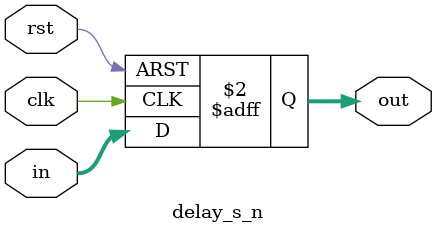
<source format=v>
module delay_s_n (
    input  wire               clk,   // connect clk_sample here
    input  wire               rst,
    input  wire signed [7:0]  in,
    output reg  signed [7:0]  out
);
    always @(posedge clk or posedge rst) begin
        if (rst) out <= 8'sd0;
        else     out <= in;
    end
endmodule

</source>
